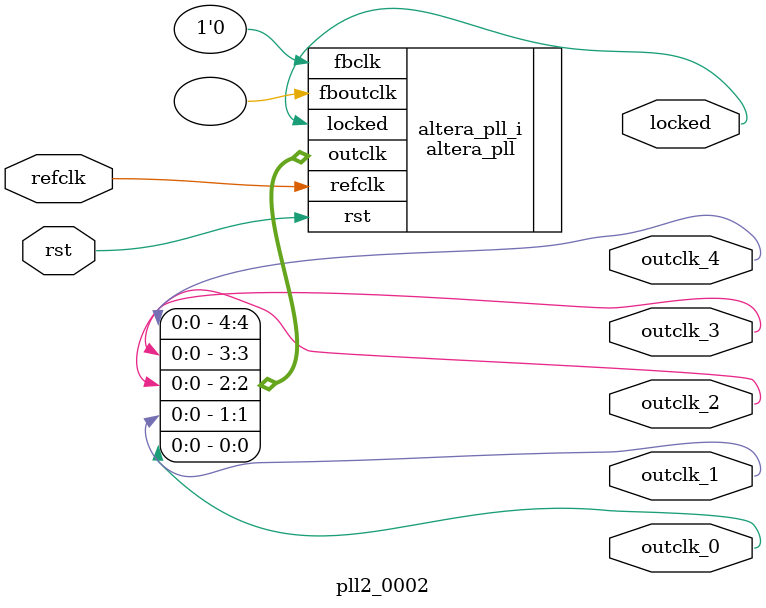
<source format=v>
`timescale 1ns/10ps
module  pll2_0002(

	// interface 'refclk'
	input wire refclk,

	// interface 'reset'
	input wire rst,

	// interface 'outclk0'
	output wire outclk_0,

	// interface 'outclk1'
	output wire outclk_1,

	// interface 'outclk2'
	output wire outclk_2,

	// interface 'outclk3'
	output wire outclk_3,

	// interface 'outclk4'
	output wire outclk_4,

	// interface 'locked'
	output wire locked
);

	altera_pll #(
		.fractional_vco_multiplier("false"),
		.reference_clock_frequency("50.0 MHz"),
		.operation_mode("direct"),
		.number_of_clocks(5),
		.output_clock_frequency0("90.000000 MHz"),
		.phase_shift0("0 ps"),
		.duty_cycle0(50),
		.output_clock_frequency1("1.843003 MHz"),
		.phase_shift1("0 ps"),
		.duty_cycle1(50),
		.output_clock_frequency2("3.000000 MHz"),
		.phase_shift2("0 ps"),
		.duty_cycle2(50),
		.output_clock_frequency3("49.090909 MHz"),
		.phase_shift3("0 ps"),
		.duty_cycle3(50),
		.output_clock_frequency4("30.000000 MHz"),
		.phase_shift4("0 ps"),
		.duty_cycle4(50),
		.output_clock_frequency5("0 MHz"),
		.phase_shift5("0 ps"),
		.duty_cycle5(50),
		.output_clock_frequency6("0 MHz"),
		.phase_shift6("0 ps"),
		.duty_cycle6(50),
		.output_clock_frequency7("0 MHz"),
		.phase_shift7("0 ps"),
		.duty_cycle7(50),
		.output_clock_frequency8("0 MHz"),
		.phase_shift8("0 ps"),
		.duty_cycle8(50),
		.output_clock_frequency9("0 MHz"),
		.phase_shift9("0 ps"),
		.duty_cycle9(50),
		.output_clock_frequency10("0 MHz"),
		.phase_shift10("0 ps"),
		.duty_cycle10(50),
		.output_clock_frequency11("0 MHz"),
		.phase_shift11("0 ps"),
		.duty_cycle11(50),
		.output_clock_frequency12("0 MHz"),
		.phase_shift12("0 ps"),
		.duty_cycle12(50),
		.output_clock_frequency13("0 MHz"),
		.phase_shift13("0 ps"),
		.duty_cycle13(50),
		.output_clock_frequency14("0 MHz"),
		.phase_shift14("0 ps"),
		.duty_cycle14(50),
		.output_clock_frequency15("0 MHz"),
		.phase_shift15("0 ps"),
		.duty_cycle15(50),
		.output_clock_frequency16("0 MHz"),
		.phase_shift16("0 ps"),
		.duty_cycle16(50),
		.output_clock_frequency17("0 MHz"),
		.phase_shift17("0 ps"),
		.duty_cycle17(50),
		.pll_type("General"),
		.pll_subtype("General")
	) altera_pll_i (
		.rst	(rst),
		.outclk	({outclk_4, outclk_3, outclk_2, outclk_1, outclk_0}),
		.locked	(locked),
		.fboutclk	( ),
		.fbclk	(1'b0),
		.refclk	(refclk)
	);
endmodule


</source>
